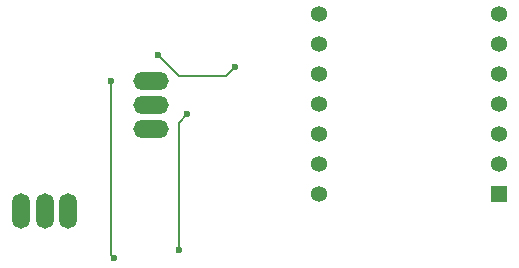
<source format=gbl>
%TF.GenerationSoftware,KiCad,Pcbnew,8.0.2-1*%
%TF.CreationDate,2024-05-20T16:42:59-04:00*%
%TF.ProjectId,humep1,68756d65-7031-42e6-9b69-6361645f7063,rev?*%
%TF.SameCoordinates,Original*%
%TF.FileFunction,Copper,L2,Bot*%
%TF.FilePolarity,Positive*%
%FSLAX46Y46*%
G04 Gerber Fmt 4.6, Leading zero omitted, Abs format (unit mm)*
G04 Created by KiCad (PCBNEW 8.0.2-1) date 2024-05-20 16:42:59*
%MOMM*%
%LPD*%
G01*
G04 APERTURE LIST*
%TA.AperFunction,ComponentPad*%
%ADD10R,1.358000X1.358000*%
%TD*%
%TA.AperFunction,ComponentPad*%
%ADD11C,1.358000*%
%TD*%
%TA.AperFunction,ComponentPad*%
%ADD12O,3.000000X1.500000*%
%TD*%
%TA.AperFunction,ComponentPad*%
%ADD13O,1.500000X3.000000*%
%TD*%
%TA.AperFunction,ViaPad*%
%ADD14C,0.600000*%
%TD*%
%TA.AperFunction,Conductor*%
%ADD15C,0.200000*%
%TD*%
G04 APERTURE END LIST*
D10*
%TO.P,ESP32-C3,1,D0*%
%TO.N,/X*%
X85102500Y-71551500D03*
D11*
%TO.P,ESP32-C3,2,D1*%
%TO.N,/Y*%
X85102500Y-69011500D03*
%TO.P,ESP32-C3,3,D2*%
%TO.N,unconnected-(U2-D2-Pad3)*%
X85102500Y-66471500D03*
%TO.P,ESP32-C3,4,D3*%
%TO.N,unconnected-(U2-D3-Pad4)*%
X85102500Y-63931500D03*
%TO.P,ESP32-C3,5,D4*%
%TO.N,unconnected-(U2-D4-Pad5)*%
X85102500Y-61391500D03*
%TO.P,ESP32-C3,6,D5*%
%TO.N,unconnected-(U2-D5-Pad6)*%
X85102500Y-58851500D03*
%TO.P,ESP32-C3,7,TX_D6*%
%TO.N,unconnected-(U2-TX_D6-Pad7)*%
X85102500Y-56311500D03*
%TO.P,ESP32-C3,8,RX_D7*%
%TO.N,unconnected-(U2-RX_D7-Pad8)*%
X69862500Y-56311500D03*
%TO.P,ESP32-C3,9,D8*%
%TO.N,unconnected-(U2-D8-Pad9)*%
X69862500Y-58851500D03*
%TO.P,ESP32-C3,10,D9*%
%TO.N,unconnected-(U2-D9-Pad10)*%
X69862500Y-61391500D03*
%TO.P,ESP32-C3,11,D10*%
%TO.N,unconnected-(U2-D10-Pad11)*%
X69862500Y-63931500D03*
%TO.P,ESP32-C3,12,VCC_3V3*%
%TO.N,/3.3V*%
X69862500Y-66471500D03*
%TO.P,ESP32-C3,13,GND*%
%TO.N,GND*%
X69862500Y-69011500D03*
%TO.P,ESP32-C3,14,VUSB*%
%TO.N,unconnected-(U2-VUSB-Pad14)*%
X69862500Y-71551500D03*
%TD*%
D12*
%TO.P,JOYSTICK (2765),X*%
%TO.N,/X*%
X55675000Y-64000000D03*
%TO.P,JOYSTICK (2765),X+*%
%TO.N,/3.3V*%
X55675000Y-66000000D03*
%TO.P,JOYSTICK (2765),X-*%
%TO.N,GND*%
X55675000Y-62000000D03*
D13*
%TO.P,JOYSTICK (2765),Y*%
%TO.N,/Y*%
X46675000Y-73000000D03*
%TO.P,JOYSTICK (2765),Y+*%
%TO.N,/3.3V*%
X48675000Y-73000000D03*
%TO.P,JOYSTICK (2765),Y-*%
%TO.N,GND*%
X44675000Y-73000000D03*
%TD*%
D14*
%TO.N,/PWR*%
X58000000Y-76250000D03*
X58750000Y-64750000D03*
%TO.N,GND*%
X52250000Y-62000000D03*
X56250000Y-59750000D03*
X52500000Y-76950000D03*
X62750000Y-60750000D03*
%TD*%
D15*
%TO.N,/PWR*%
X58000000Y-65500000D02*
X58000000Y-76250000D01*
X58750000Y-64750000D02*
X58000000Y-65500000D01*
%TO.N,GND*%
X44675000Y-73000000D02*
X44675000Y-73750000D01*
X62750000Y-60750000D02*
X62000000Y-61500000D01*
X52250000Y-62000000D02*
X52250000Y-76700000D01*
X52250000Y-76700000D02*
X52500000Y-76950000D01*
X62000000Y-61500000D02*
X58000000Y-61500000D01*
X58000000Y-61500000D02*
X56250000Y-59750000D01*
%TD*%
M02*

</source>
